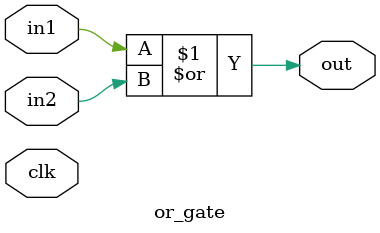
<source format=v>
module And_gate (clk, In1, In2, out);
input clk;
input  In1, In2;
output  out;

assign out = In1 & In2;


endmodule


module Add (clk, In1, In2, out);
input clk;
input [31:0] In1, In2;
output [31:0] out;

assign out = In1 + In2;


endmodule

module or_gate(clk, in1 , in2, out);
input clk;
input in1,in2;
output  out;

assign out = (in1 | in2);

endmodule
</source>
